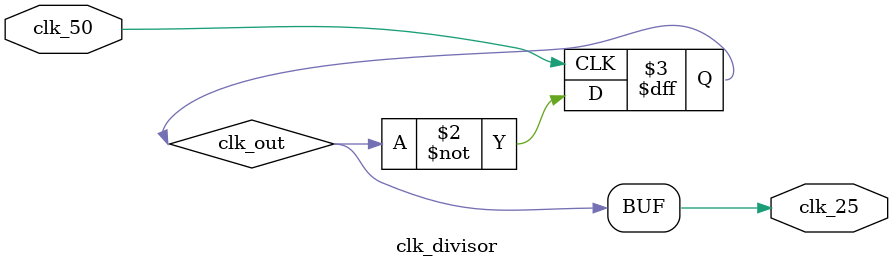
<source format=v>
module clk_divisor(

	input clk_50,

	output clk_25

);

reg clk_out;
assign clk_25 = clk_out;

always @(posedge clk_50) begin
	clk_out <= ~clk_out;
end

endmodule
</source>
